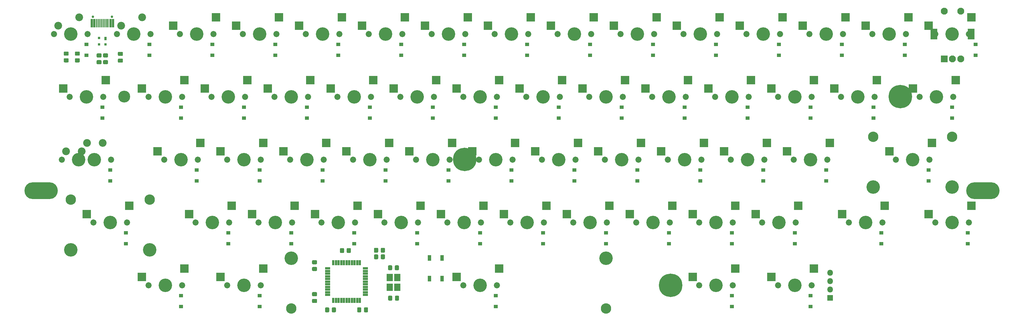
<source format=gbr>
%TF.GenerationSoftware,KiCad,Pcbnew,(5.1.6)-1*%
%TF.CreationDate,2020-09-28T17:44:52+07:00*%
%TF.ProjectId,HHKR,48484b52-2e6b-4696-9361-645f70636258,rev?*%
%TF.SameCoordinates,Original*%
%TF.FileFunction,Soldermask,Bot*%
%TF.FilePolarity,Negative*%
%FSLAX46Y46*%
G04 Gerber Fmt 4.6, Leading zero omitted, Abs format (unit mm)*
G04 Created by KiCad (PCBNEW (5.1.6)-1) date 2020-09-28 17:44:52*
%MOMM*%
%LPD*%
G01*
G04 APERTURE LIST*
%ADD10R,2.550000X2.500000*%
%ADD11C,1.850000*%
%ADD12C,4.087800*%
%ADD13C,7.100240*%
%ADD14O,10.099980X5.101260*%
%ADD15C,3.600000*%
%ADD16C,3.148000*%
%ADD17R,1.900000X2.200000*%
%ADD18R,1.100000X1.800000*%
%ADD19R,0.800000X1.100000*%
%ADD20R,0.800000X0.700000*%
%ADD21C,2.350000*%
%ADD22R,1.300000X1.000000*%
%ADD23R,0.700000X2.550000*%
%ADD24R,0.400000X2.550000*%
%ADD25C,0.750000*%
%ADD26R,1.600000X0.650000*%
%ADD27R,0.650000X1.600000*%
%ADD28C,2.100000*%
%ADD29R,2.100000X3.300000*%
%ADD30R,2.100000X2.100000*%
%ADD31O,1.800000X1.800000*%
%ADD32R,1.800000X1.800000*%
G04 APERTURE END LIST*
D10*
%TO.C,MX60*%
X286802500Y81280000D03*
X273902500Y78740000D03*
D11*
X286067500Y76200000D03*
X275907500Y76200000D03*
D12*
X280987500Y76200000D03*
%TD*%
D10*
%TO.C,MX30*%
X153452500Y62230000D03*
X140552500Y59690000D03*
D11*
X152717500Y57150000D03*
X142557500Y57150000D03*
D12*
X147637500Y57150000D03*
%TD*%
D13*
%TO.C,H6*%
X138250000Y57250000D03*
%TD*%
%TO.C,H5*%
X200550000Y19050000D03*
%TD*%
%TO.C,H4*%
X270100000Y76350000D03*
%TD*%
D14*
%TO.C,H3*%
X295050000Y47750000D03*
%TD*%
%TO.C,H2*%
X10050000Y47750000D03*
%TD*%
D15*
%TO.C,H1*%
X35250000Y76350000D03*
%TD*%
D11*
%TO.C,MX27*%
X137795000Y19050000D03*
D10*
X135790000Y21590000D03*
D11*
X147955000Y19050000D03*
D10*
X148690000Y24130000D03*
D12*
X142875000Y19050000D03*
D16*
X85725000Y12065000D03*
X180975000Y12065000D03*
D12*
X85725000Y27305000D03*
X180975000Y27305000D03*
%TD*%
D10*
%TO.C,MX22*%
X124877500Y43180000D03*
X111977500Y40640000D03*
D11*
X124142500Y38100000D03*
X113982500Y38100000D03*
D12*
X119062500Y38100000D03*
%TD*%
%TO.C,R5*%
G36*
G01*
X112060000Y30188262D02*
X112060000Y29231738D01*
G75*
G02*
X111788262Y28960000I-271738J0D01*
G01*
X111081738Y28960000D01*
G75*
G02*
X110810000Y29231738I0J271738D01*
G01*
X110810000Y30188262D01*
G75*
G02*
X111081738Y30460000I271738J0D01*
G01*
X111788262Y30460000D01*
G75*
G02*
X112060000Y30188262I0J-271738D01*
G01*
G37*
G36*
G01*
X114110000Y30188262D02*
X114110000Y29231738D01*
G75*
G02*
X113838262Y28960000I-271738J0D01*
G01*
X113131738Y28960000D01*
G75*
G02*
X112860000Y29231738I0J271738D01*
G01*
X112860000Y30188262D01*
G75*
G02*
X113131738Y30460000I271738J0D01*
G01*
X113838262Y30460000D01*
G75*
G02*
X114110000Y30188262I0J-271738D01*
G01*
G37*
%TD*%
%TO.C,C2*%
G36*
G01*
X112860000Y27241738D02*
X112860000Y28198262D01*
G75*
G02*
X113131738Y28470000I271738J0D01*
G01*
X113838262Y28470000D01*
G75*
G02*
X114110000Y28198262I0J-271738D01*
G01*
X114110000Y27241738D01*
G75*
G02*
X113838262Y26970000I-271738J0D01*
G01*
X113131738Y26970000D01*
G75*
G02*
X112860000Y27241738I0J271738D01*
G01*
G37*
G36*
G01*
X110810000Y27241738D02*
X110810000Y28198262D01*
G75*
G02*
X111081738Y28470000I271738J0D01*
G01*
X111788262Y28470000D01*
G75*
G02*
X112060000Y28198262I0J-271738D01*
G01*
X112060000Y27241738D01*
G75*
G02*
X111788262Y26970000I-271738J0D01*
G01*
X111081738Y26970000D01*
G75*
G02*
X110810000Y27241738I0J271738D01*
G01*
G37*
%TD*%
%TO.C,C4*%
G36*
G01*
X117096250Y23919238D02*
X117096250Y24875762D01*
G75*
G02*
X117367988Y25147500I271738J0D01*
G01*
X118074512Y25147500D01*
G75*
G02*
X118346250Y24875762I0J-271738D01*
G01*
X118346250Y23919238D01*
G75*
G02*
X118074512Y23647500I-271738J0D01*
G01*
X117367988Y23647500D01*
G75*
G02*
X117096250Y23919238I0J271738D01*
G01*
G37*
G36*
G01*
X115046250Y23919238D02*
X115046250Y24875762D01*
G75*
G02*
X115317988Y25147500I271738J0D01*
G01*
X116024512Y25147500D01*
G75*
G02*
X116296250Y24875762I0J-271738D01*
G01*
X116296250Y23919238D01*
G75*
G02*
X116024512Y23647500I-271738J0D01*
G01*
X115317988Y23647500D01*
G75*
G02*
X115046250Y23919238I0J271738D01*
G01*
G37*
%TD*%
D17*
%TO.C,Y1*%
X117851250Y18507500D03*
X117851250Y21407500D03*
X115551250Y21407500D03*
X115551250Y18507500D03*
%TD*%
D18*
%TO.C,SW1*%
X127570000Y27390000D03*
X127570000Y21090000D03*
X131370000Y27390000D03*
X131370000Y21090000D03*
%TD*%
%TO.C,R6*%
G36*
G01*
X98040000Y11151738D02*
X98040000Y12108262D01*
G75*
G02*
X98311738Y12380000I271738J0D01*
G01*
X99018262Y12380000D01*
G75*
G02*
X99290000Y12108262I0J-271738D01*
G01*
X99290000Y11151738D01*
G75*
G02*
X99018262Y10880000I-271738J0D01*
G01*
X98311738Y10880000D01*
G75*
G02*
X98040000Y11151738I0J271738D01*
G01*
G37*
G36*
G01*
X95990000Y11151738D02*
X95990000Y12108262D01*
G75*
G02*
X96261738Y12380000I271738J0D01*
G01*
X96968262Y12380000D01*
G75*
G02*
X97240000Y12108262I0J-271738D01*
G01*
X97240000Y11151738D01*
G75*
G02*
X96968262Y10880000I-271738J0D01*
G01*
X96261738Y10880000D01*
G75*
G02*
X95990000Y11151738I0J271738D01*
G01*
G37*
%TD*%
%TO.C,C1*%
G36*
G01*
X107750000Y11161738D02*
X107750000Y12118262D01*
G75*
G02*
X108021738Y12390000I271738J0D01*
G01*
X108728262Y12390000D01*
G75*
G02*
X109000000Y12118262I0J-271738D01*
G01*
X109000000Y11161738D01*
G75*
G02*
X108728262Y10890000I-271738J0D01*
G01*
X108021738Y10890000D01*
G75*
G02*
X107750000Y11161738I0J271738D01*
G01*
G37*
G36*
G01*
X105700000Y11161738D02*
X105700000Y12118262D01*
G75*
G02*
X105971738Y12390000I271738J0D01*
G01*
X106678262Y12390000D01*
G75*
G02*
X106950000Y12118262I0J-271738D01*
G01*
X106950000Y11161738D01*
G75*
G02*
X106678262Y10890000I-271738J0D01*
G01*
X105971738Y10890000D01*
G75*
G02*
X105700000Y11161738I0J271738D01*
G01*
G37*
%TD*%
%TO.C,C7*%
G36*
G01*
X101750000Y30098262D02*
X101750000Y29141738D01*
G75*
G02*
X101478262Y28870000I-271738J0D01*
G01*
X100771738Y28870000D01*
G75*
G02*
X100500000Y29141738I0J271738D01*
G01*
X100500000Y30098262D01*
G75*
G02*
X100771738Y30370000I271738J0D01*
G01*
X101478262Y30370000D01*
G75*
G02*
X101750000Y30098262I0J-271738D01*
G01*
G37*
G36*
G01*
X103800000Y30098262D02*
X103800000Y29141738D01*
G75*
G02*
X103528262Y28870000I-271738J0D01*
G01*
X102821738Y28870000D01*
G75*
G02*
X102550000Y29141738I0J271738D01*
G01*
X102550000Y30098262D01*
G75*
G02*
X102821738Y30370000I271738J0D01*
G01*
X103528262Y30370000D01*
G75*
G02*
X103800000Y30098262I0J-271738D01*
G01*
G37*
%TD*%
%TO.C,C6*%
G36*
G01*
X93288262Y25450000D02*
X92331738Y25450000D01*
G75*
G02*
X92060000Y25721738I0J271738D01*
G01*
X92060000Y26428262D01*
G75*
G02*
X92331738Y26700000I271738J0D01*
G01*
X93288262Y26700000D01*
G75*
G02*
X93560000Y26428262I0J-271738D01*
G01*
X93560000Y25721738D01*
G75*
G02*
X93288262Y25450000I-271738J0D01*
G01*
G37*
G36*
G01*
X93288262Y23400000D02*
X92331738Y23400000D01*
G75*
G02*
X92060000Y23671738I0J271738D01*
G01*
X92060000Y24378262D01*
G75*
G02*
X92331738Y24650000I271738J0D01*
G01*
X93288262Y24650000D01*
G75*
G02*
X93560000Y24378262I0J-271738D01*
G01*
X93560000Y23671738D01*
G75*
G02*
X93288262Y23400000I-271738J0D01*
G01*
G37*
%TD*%
%TO.C,C5*%
G36*
G01*
X92331738Y14960000D02*
X93288262Y14960000D01*
G75*
G02*
X93560000Y14688262I0J-271738D01*
G01*
X93560000Y13981738D01*
G75*
G02*
X93288262Y13710000I-271738J0D01*
G01*
X92331738Y13710000D01*
G75*
G02*
X92060000Y13981738I0J271738D01*
G01*
X92060000Y14688262D01*
G75*
G02*
X92331738Y14960000I271738J0D01*
G01*
G37*
G36*
G01*
X92331738Y17010000D02*
X93288262Y17010000D01*
G75*
G02*
X93560000Y16738262I0J-271738D01*
G01*
X93560000Y16031738D01*
G75*
G02*
X93288262Y15760000I-271738J0D01*
G01*
X92331738Y15760000D01*
G75*
G02*
X92060000Y16031738I0J271738D01*
G01*
X92060000Y16738262D01*
G75*
G02*
X92331738Y17010000I271738J0D01*
G01*
G37*
%TD*%
%TO.C,C3*%
G36*
G01*
X116331250Y15665762D02*
X116331250Y14709238D01*
G75*
G02*
X116059512Y14437500I-271738J0D01*
G01*
X115352988Y14437500D01*
G75*
G02*
X115081250Y14709238I0J271738D01*
G01*
X115081250Y15665762D01*
G75*
G02*
X115352988Y15937500I271738J0D01*
G01*
X116059512Y15937500D01*
G75*
G02*
X116331250Y15665762I0J-271738D01*
G01*
G37*
G36*
G01*
X118381250Y15665762D02*
X118381250Y14709238D01*
G75*
G02*
X118109512Y14437500I-271738J0D01*
G01*
X117402988Y14437500D01*
G75*
G02*
X117131250Y14709238I0J271738D01*
G01*
X117131250Y15665762D01*
G75*
G02*
X117402988Y15937500I271738J0D01*
G01*
X118109512Y15937500D01*
G75*
G02*
X118381250Y15665762I0J-271738D01*
G01*
G37*
%TD*%
%TO.C,R1*%
G36*
G01*
X18128262Y88725000D02*
X17171738Y88725000D01*
G75*
G02*
X16900000Y88996738I0J271738D01*
G01*
X16900000Y89703262D01*
G75*
G02*
X17171738Y89975000I271738J0D01*
G01*
X18128262Y89975000D01*
G75*
G02*
X18400000Y89703262I0J-271738D01*
G01*
X18400000Y88996738D01*
G75*
G02*
X18128262Y88725000I-271738J0D01*
G01*
G37*
G36*
G01*
X18128262Y86675000D02*
X17171738Y86675000D01*
G75*
G02*
X16900000Y86946738I0J271738D01*
G01*
X16900000Y87653262D01*
G75*
G02*
X17171738Y87925000I271738J0D01*
G01*
X18128262Y87925000D01*
G75*
G02*
X18400000Y87653262I0J-271738D01*
G01*
X18400000Y86946738D01*
G75*
G02*
X18128262Y86675000I-271738J0D01*
G01*
G37*
%TD*%
D19*
%TO.C,U2*%
X29570000Y93880000D03*
D20*
X27570000Y94080000D03*
X29570000Y92180000D03*
X27570000Y92180000D03*
%TD*%
%TO.C,F1*%
G36*
G01*
X21508262Y88720000D02*
X20551738Y88720000D01*
G75*
G02*
X20280000Y88991738I0J271738D01*
G01*
X20280000Y89698262D01*
G75*
G02*
X20551738Y89970000I271738J0D01*
G01*
X21508262Y89970000D01*
G75*
G02*
X21780000Y89698262I0J-271738D01*
G01*
X21780000Y88991738D01*
G75*
G02*
X21508262Y88720000I-271738J0D01*
G01*
G37*
G36*
G01*
X21508262Y86670000D02*
X20551738Y86670000D01*
G75*
G02*
X20280000Y86941738I0J271738D01*
G01*
X20280000Y87648262D01*
G75*
G02*
X20551738Y87920000I271738J0D01*
G01*
X21508262Y87920000D01*
G75*
G02*
X21780000Y87648262I0J-271738D01*
G01*
X21780000Y86941738D01*
G75*
G02*
X21508262Y86670000I-271738J0D01*
G01*
G37*
%TD*%
D21*
%TO.C,MX61*%
X23971250Y62230000D03*
D12*
X21431250Y57150000D03*
D21*
X17621250Y59690000D03*
D11*
X16351250Y57150000D03*
X26511250Y57150000D03*
%TD*%
D21*
%TO.C,MX3*%
X28733750Y62230000D03*
D12*
X26193750Y57150000D03*
D21*
X22383750Y59690000D03*
D11*
X21113750Y57150000D03*
X31273750Y57150000D03*
%TD*%
D10*
%TO.C,MX4*%
X36771250Y43180000D03*
D11*
X25876250Y38100000D03*
D12*
X30956250Y38100000D03*
D11*
X36036250Y38100000D03*
D10*
X23871250Y40640000D03*
D12*
X19018250Y29845000D03*
X42894250Y29845000D03*
D16*
X19018250Y45085000D03*
X42894250Y45085000D03*
%TD*%
D10*
%TO.C,MX56*%
X279658750Y62230000D03*
D11*
X268763750Y57150000D03*
D12*
X273843750Y57150000D03*
D11*
X278923750Y57150000D03*
D10*
X266758750Y59690000D03*
D12*
X261905750Y48895000D03*
X285781750Y48895000D03*
D16*
X261905750Y64135000D03*
X285781750Y64135000D03*
%TD*%
D21*
%TO.C,MX6*%
X40640000Y100330000D03*
D12*
X38100000Y95250000D03*
D21*
X34290000Y97790000D03*
D11*
X33020000Y95250000D03*
X43180000Y95250000D03*
%TD*%
D21*
%TO.C,MX1*%
X21590000Y100330000D03*
D12*
X19050000Y95250000D03*
D21*
X15240000Y97790000D03*
D11*
X13970000Y95250000D03*
X24130000Y95250000D03*
%TD*%
D10*
%TO.C,MX18*%
X105827500Y43180000D03*
X92927500Y40640000D03*
D11*
X105092500Y38100000D03*
X94932500Y38100000D03*
D12*
X100012500Y38100000D03*
%TD*%
D10*
%TO.C,MX17*%
X96302500Y62230000D03*
X83402500Y59690000D03*
D11*
X95567500Y57150000D03*
X85407500Y57150000D03*
D12*
X90487500Y57150000D03*
%TD*%
D10*
%TO.C,MX16*%
X91540000Y81280000D03*
X78640000Y78740000D03*
D11*
X90805000Y76200000D03*
X80645000Y76200000D03*
D12*
X85725000Y76200000D03*
%TD*%
D22*
%TO.C,D16*%
X90487500Y69787500D03*
X90487500Y73087500D03*
%TD*%
D23*
%TO.C,USB1*%
X31815000Y98560000D03*
X25365000Y98560000D03*
X31040000Y98560000D03*
X26140000Y98560000D03*
D24*
X26840000Y98560000D03*
X30340000Y98560000D03*
X27340000Y98560000D03*
X29840000Y98560000D03*
X27840000Y98560000D03*
X29340000Y98560000D03*
X28840000Y98560000D03*
X28340000Y98560000D03*
D25*
X31480000Y100505000D03*
X25700000Y100505000D03*
%TD*%
D26*
%TO.C,U1*%
X96800000Y24200000D03*
X96800000Y23400000D03*
X96800000Y22600000D03*
X96800000Y21800000D03*
X96800000Y21000000D03*
X96800000Y20200000D03*
X96800000Y19400000D03*
X96800000Y18600000D03*
X96800000Y17800000D03*
X96800000Y17000000D03*
X96800000Y16200000D03*
D27*
X98500000Y14500000D03*
X99300000Y14500000D03*
X100100000Y14500000D03*
X100900000Y14500000D03*
X101700000Y14500000D03*
X102500000Y14500000D03*
X103300000Y14500000D03*
X104100000Y14500000D03*
X104900000Y14500000D03*
X105700000Y14500000D03*
X106500000Y14500000D03*
D26*
X108200000Y16200000D03*
X108200000Y17000000D03*
X108200000Y17800000D03*
X108200000Y18600000D03*
X108200000Y19400000D03*
X108200000Y20200000D03*
X108200000Y21000000D03*
X108200000Y21800000D03*
X108200000Y22600000D03*
X108200000Y23400000D03*
X108200000Y24200000D03*
D27*
X106500000Y25900000D03*
X105700000Y25900000D03*
X104900000Y25900000D03*
X104100000Y25900000D03*
X103300000Y25900000D03*
X102500000Y25900000D03*
X101700000Y25900000D03*
X100900000Y25900000D03*
X100100000Y25900000D03*
X99300000Y25900000D03*
X98500000Y25900000D03*
%TD*%
D28*
%TO.C,SWE1*%
X288368750Y102250000D03*
X283368750Y102250000D03*
D29*
X291468750Y95250000D03*
X280268750Y95250000D03*
D28*
X288368750Y87750000D03*
X285868750Y87750000D03*
D30*
X283368750Y87750000D03*
%TD*%
%TO.C,R4*%
G36*
G01*
X27121738Y87370000D02*
X28078262Y87370000D01*
G75*
G02*
X28350000Y87098262I0J-271738D01*
G01*
X28350000Y86391738D01*
G75*
G02*
X28078262Y86120000I-271738J0D01*
G01*
X27121738Y86120000D01*
G75*
G02*
X26850000Y86391738I0J271738D01*
G01*
X26850000Y87098262D01*
G75*
G02*
X27121738Y87370000I271738J0D01*
G01*
G37*
G36*
G01*
X27121738Y89420000D02*
X28078262Y89420000D01*
G75*
G02*
X28350000Y89148262I0J-271738D01*
G01*
X28350000Y88441738D01*
G75*
G02*
X28078262Y88170000I-271738J0D01*
G01*
X27121738Y88170000D01*
G75*
G02*
X26850000Y88441738I0J271738D01*
G01*
X26850000Y89148262D01*
G75*
G02*
X27121738Y89420000I271738J0D01*
G01*
G37*
%TD*%
%TO.C,R3*%
G36*
G01*
X29071738Y87380000D02*
X30028262Y87380000D01*
G75*
G02*
X30300000Y87108262I0J-271738D01*
G01*
X30300000Y86401738D01*
G75*
G02*
X30028262Y86130000I-271738J0D01*
G01*
X29071738Y86130000D01*
G75*
G02*
X28800000Y86401738I0J271738D01*
G01*
X28800000Y87108262D01*
G75*
G02*
X29071738Y87380000I271738J0D01*
G01*
G37*
G36*
G01*
X29071738Y89430000D02*
X30028262Y89430000D01*
G75*
G02*
X30300000Y89158262I0J-271738D01*
G01*
X30300000Y88451738D01*
G75*
G02*
X30028262Y88180000I-271738J0D01*
G01*
X29071738Y88180000D01*
G75*
G02*
X28800000Y88451738I0J271738D01*
G01*
X28800000Y89158262D01*
G75*
G02*
X29071738Y89430000I271738J0D01*
G01*
G37*
%TD*%
%TO.C,R2*%
G36*
G01*
X34528262Y88650000D02*
X33571738Y88650000D01*
G75*
G02*
X33300000Y88921738I0J271738D01*
G01*
X33300000Y89628262D01*
G75*
G02*
X33571738Y89900000I271738J0D01*
G01*
X34528262Y89900000D01*
G75*
G02*
X34800000Y89628262I0J-271738D01*
G01*
X34800000Y88921738D01*
G75*
G02*
X34528262Y88650000I-271738J0D01*
G01*
G37*
G36*
G01*
X34528262Y86600000D02*
X33571738Y86600000D01*
G75*
G02*
X33300000Y86871738I0J271738D01*
G01*
X33300000Y87578262D01*
G75*
G02*
X33571738Y87850000I271738J0D01*
G01*
X34528262Y87850000D01*
G75*
G02*
X34800000Y87578262I0J-271738D01*
G01*
X34800000Y86871738D01*
G75*
G02*
X34528262Y86600000I-271738J0D01*
G01*
G37*
%TD*%
D31*
%TO.C,J1*%
X248820000Y22860000D03*
X248820000Y20320000D03*
X248820000Y17780000D03*
D32*
X248820000Y15240000D03*
%TD*%
D10*
%TO.C,MX59*%
X291565000Y100330000D03*
X278665000Y97790000D03*
D11*
X290830000Y95250000D03*
X280670000Y95250000D03*
D12*
X285750000Y95250000D03*
%TD*%
D10*
%TO.C,MX58*%
X272515000Y100330000D03*
X259615000Y97790000D03*
D11*
X271780000Y95250000D03*
X261620000Y95250000D03*
D12*
X266700000Y95250000D03*
%TD*%
D10*
%TO.C,MX57*%
X291565000Y43180000D03*
X278665000Y40640000D03*
D11*
X290830000Y38100000D03*
X280670000Y38100000D03*
D12*
X285750000Y38100000D03*
%TD*%
D10*
%TO.C,MX55*%
X262990000Y81280000D03*
X250090000Y78740000D03*
D11*
X262255000Y76200000D03*
X252095000Y76200000D03*
D12*
X257175000Y76200000D03*
%TD*%
D10*
%TO.C,MX54*%
X253465000Y100330000D03*
X240565000Y97790000D03*
D11*
X252730000Y95250000D03*
X242570000Y95250000D03*
D12*
X247650000Y95250000D03*
%TD*%
D10*
%TO.C,MX53*%
X265371250Y43180000D03*
X252471250Y40640000D03*
D11*
X264636250Y38100000D03*
X254476250Y38100000D03*
D12*
X259556250Y38100000D03*
%TD*%
D10*
%TO.C,MX52*%
X248702500Y62230000D03*
X235802500Y59690000D03*
D11*
X247967500Y57150000D03*
X237807500Y57150000D03*
D12*
X242887500Y57150000D03*
%TD*%
D10*
%TO.C,MX51*%
X243940000Y81280000D03*
X231040000Y78740000D03*
D11*
X243205000Y76200000D03*
X233045000Y76200000D03*
D12*
X238125000Y76200000D03*
%TD*%
D10*
%TO.C,MX50*%
X234415000Y100330000D03*
X221515000Y97790000D03*
D11*
X233680000Y95250000D03*
X223520000Y95250000D03*
D12*
X228600000Y95250000D03*
%TD*%
D10*
%TO.C,MX49*%
X243940000Y24130000D03*
X231040000Y21590000D03*
D11*
X243205000Y19050000D03*
X233045000Y19050000D03*
D12*
X238125000Y19050000D03*
%TD*%
D10*
%TO.C,MX48*%
X239177500Y43180000D03*
X226277500Y40640000D03*
D11*
X238442500Y38100000D03*
X228282500Y38100000D03*
D12*
X233362500Y38100000D03*
%TD*%
D10*
%TO.C,MX47*%
X229652500Y62230000D03*
X216752500Y59690000D03*
D11*
X228917500Y57150000D03*
X218757500Y57150000D03*
D12*
X223837500Y57150000D03*
%TD*%
D10*
%TO.C,MX46*%
X224890000Y81280000D03*
X211990000Y78740000D03*
D11*
X224155000Y76200000D03*
X213995000Y76200000D03*
D12*
X219075000Y76200000D03*
%TD*%
D10*
%TO.C,MX45*%
X215365000Y100330000D03*
X202465000Y97790000D03*
D11*
X214630000Y95250000D03*
X204470000Y95250000D03*
D12*
X209550000Y95250000D03*
%TD*%
D10*
%TO.C,MX44*%
X220127500Y24130000D03*
X207227500Y21590000D03*
D11*
X219392500Y19050000D03*
X209232500Y19050000D03*
D12*
X214312500Y19050000D03*
%TD*%
D10*
%TO.C,MX43*%
X220127500Y43180000D03*
X207227500Y40640000D03*
D11*
X219392500Y38100000D03*
X209232500Y38100000D03*
D12*
X214312500Y38100000D03*
%TD*%
D10*
%TO.C,MX42*%
X210602500Y62230000D03*
X197702500Y59690000D03*
D11*
X209867500Y57150000D03*
X199707500Y57150000D03*
D12*
X204787500Y57150000D03*
%TD*%
D10*
%TO.C,MX41*%
X205840000Y81280000D03*
X192940000Y78740000D03*
D11*
X205105000Y76200000D03*
X194945000Y76200000D03*
D12*
X200025000Y76200000D03*
%TD*%
D10*
%TO.C,MX40*%
X196315000Y100330000D03*
X183415000Y97790000D03*
D11*
X195580000Y95250000D03*
X185420000Y95250000D03*
D12*
X190500000Y95250000D03*
%TD*%
D10*
%TO.C,MX39*%
X201077500Y43180000D03*
X188177500Y40640000D03*
D11*
X200342500Y38100000D03*
X190182500Y38100000D03*
D12*
X195262500Y38100000D03*
%TD*%
D10*
%TO.C,MX38*%
X191552500Y62230000D03*
X178652500Y59690000D03*
D11*
X190817500Y57150000D03*
X180657500Y57150000D03*
D12*
X185737500Y57150000D03*
%TD*%
D10*
%TO.C,MX37*%
X186790000Y81280000D03*
X173890000Y78740000D03*
D11*
X186055000Y76200000D03*
X175895000Y76200000D03*
D12*
X180975000Y76200000D03*
%TD*%
D10*
%TO.C,MX36*%
X177265000Y100330000D03*
X164365000Y97790000D03*
D11*
X176530000Y95250000D03*
X166370000Y95250000D03*
D12*
X171450000Y95250000D03*
%TD*%
D10*
%TO.C,MX35*%
X182027500Y43180000D03*
X169127500Y40640000D03*
D11*
X181292500Y38100000D03*
X171132500Y38100000D03*
D12*
X176212500Y38100000D03*
%TD*%
D10*
%TO.C,MX34*%
X172502500Y62230000D03*
X159602500Y59690000D03*
D11*
X171767500Y57150000D03*
X161607500Y57150000D03*
D12*
X166687500Y57150000D03*
%TD*%
D10*
%TO.C,MX33*%
X167740000Y81280000D03*
X154840000Y78740000D03*
D11*
X167005000Y76200000D03*
X156845000Y76200000D03*
D12*
X161925000Y76200000D03*
%TD*%
D10*
%TO.C,MX32*%
X158215000Y100330000D03*
X145315000Y97790000D03*
D11*
X157480000Y95250000D03*
X147320000Y95250000D03*
D12*
X152400000Y95250000D03*
%TD*%
D10*
%TO.C,MX31*%
X162977500Y43180000D03*
X150077500Y40640000D03*
D11*
X162242500Y38100000D03*
X152082500Y38100000D03*
D12*
X157162500Y38100000D03*
%TD*%
D10*
%TO.C,MX29*%
X148690000Y81280000D03*
X135790000Y78740000D03*
D11*
X147955000Y76200000D03*
X137795000Y76200000D03*
D12*
X142875000Y76200000D03*
%TD*%
D10*
%TO.C,MX28*%
X139165000Y100330000D03*
X126265000Y97790000D03*
D11*
X138430000Y95250000D03*
X128270000Y95250000D03*
D12*
X133350000Y95250000D03*
%TD*%
D10*
%TO.C,MX26*%
X143927500Y43180000D03*
X131027500Y40640000D03*
D11*
X143192500Y38100000D03*
X133032500Y38100000D03*
D12*
X138112500Y38100000D03*
%TD*%
D10*
%TO.C,MX25*%
X134402500Y62230000D03*
X121502500Y59690000D03*
D11*
X133667500Y57150000D03*
X123507500Y57150000D03*
D12*
X128587500Y57150000D03*
%TD*%
D10*
%TO.C,MX24*%
X129640000Y81280000D03*
X116740000Y78740000D03*
D11*
X128905000Y76200000D03*
X118745000Y76200000D03*
D12*
X123825000Y76200000D03*
%TD*%
D10*
%TO.C,MX23*%
X120115000Y100330000D03*
X107215000Y97790000D03*
D11*
X119380000Y95250000D03*
X109220000Y95250000D03*
D12*
X114300000Y95250000D03*
%TD*%
D10*
%TO.C,MX21*%
X115352500Y62230000D03*
X102452500Y59690000D03*
D11*
X114617500Y57150000D03*
X104457500Y57150000D03*
D12*
X109537500Y57150000D03*
%TD*%
D10*
%TO.C,MX20*%
X110590000Y81280000D03*
X97690000Y78740000D03*
D11*
X109855000Y76200000D03*
X99695000Y76200000D03*
D12*
X104775000Y76200000D03*
%TD*%
D10*
%TO.C,MX19*%
X101065000Y100330000D03*
X88165000Y97790000D03*
D11*
X100330000Y95250000D03*
X90170000Y95250000D03*
D12*
X95250000Y95250000D03*
%TD*%
D10*
%TO.C,MX15*%
X82015000Y100330000D03*
X69115000Y97790000D03*
D11*
X81280000Y95250000D03*
X71120000Y95250000D03*
D12*
X76200000Y95250000D03*
%TD*%
D10*
%TO.C,MX14*%
X86777500Y43180000D03*
X73877500Y40640000D03*
D11*
X86042500Y38100000D03*
X75882500Y38100000D03*
D12*
X80962500Y38100000D03*
%TD*%
D10*
%TO.C,MX13*%
X77252500Y62230000D03*
X64352500Y59690000D03*
D11*
X76517500Y57150000D03*
X66357500Y57150000D03*
D12*
X71437500Y57150000D03*
%TD*%
D10*
%TO.C,MX12*%
X72490000Y81280000D03*
X59590000Y78740000D03*
D11*
X71755000Y76200000D03*
X61595000Y76200000D03*
D12*
X66675000Y76200000D03*
%TD*%
D10*
%TO.C,MX11*%
X62965000Y100330000D03*
X50065000Y97790000D03*
D11*
X62230000Y95250000D03*
X52070000Y95250000D03*
D12*
X57150000Y95250000D03*
%TD*%
D10*
%TO.C,MX10*%
X77252500Y24130000D03*
X64352500Y21590000D03*
D11*
X76517500Y19050000D03*
X66357500Y19050000D03*
D12*
X71437500Y19050000D03*
%TD*%
D10*
%TO.C,MX9*%
X67727500Y43180000D03*
X54827500Y40640000D03*
D11*
X66992500Y38100000D03*
X56832500Y38100000D03*
D12*
X61912500Y38100000D03*
%TD*%
D10*
%TO.C,MX8*%
X58202500Y62230000D03*
X45302500Y59690000D03*
D11*
X57467500Y57150000D03*
X47307500Y57150000D03*
D12*
X52387500Y57150000D03*
%TD*%
D10*
%TO.C,MX7*%
X53440000Y81280000D03*
X40540000Y78740000D03*
D11*
X52705000Y76200000D03*
X42545000Y76200000D03*
D12*
X47625000Y76200000D03*
%TD*%
D10*
%TO.C,MX5*%
X53440000Y24130000D03*
X40540000Y21590000D03*
D11*
X52705000Y19050000D03*
X42545000Y19050000D03*
D12*
X47625000Y19050000D03*
%TD*%
D10*
%TO.C,MX2*%
X29627500Y81280000D03*
X16727500Y78740000D03*
D11*
X28892500Y76200000D03*
X18732500Y76200000D03*
D12*
X23812500Y76200000D03*
%TD*%
D22*
%TO.C,D60*%
X285750000Y69787500D03*
X285750000Y73087500D03*
%TD*%
%TO.C,D59*%
X292893750Y88837500D03*
X292893750Y92137500D03*
%TD*%
%TO.C,D58*%
X271462500Y88837500D03*
X271462500Y92137500D03*
%TD*%
%TO.C,D57*%
X290512500Y31687500D03*
X290512500Y34987500D03*
%TD*%
%TO.C,D56*%
X278606250Y50737500D03*
X278606250Y54037500D03*
%TD*%
%TO.C,D55*%
X261937500Y69787500D03*
X261937500Y73087500D03*
%TD*%
%TO.C,D54*%
X252412500Y88837500D03*
X252412500Y92137500D03*
%TD*%
%TO.C,D53*%
X264318750Y31687500D03*
X264318750Y34987500D03*
%TD*%
%TO.C,D52*%
X247650000Y50737500D03*
X247650000Y54037500D03*
%TD*%
%TO.C,D51*%
X242887500Y69787500D03*
X242887500Y73087500D03*
%TD*%
%TO.C,D50*%
X233362500Y88837500D03*
X233362500Y92137500D03*
%TD*%
%TO.C,D49*%
X242887500Y12637500D03*
X242887500Y15937500D03*
%TD*%
%TO.C,D48*%
X238125000Y31687500D03*
X238125000Y34987500D03*
%TD*%
%TO.C,D47*%
X228600000Y50737500D03*
X228600000Y54037500D03*
%TD*%
%TO.C,D46*%
X223837500Y69787500D03*
X223837500Y73087500D03*
%TD*%
%TO.C,D45*%
X214312500Y88837500D03*
X214312500Y92137500D03*
%TD*%
%TO.C,D44*%
X219075000Y12637500D03*
X219075000Y15937500D03*
%TD*%
%TO.C,D43*%
X219075000Y31687500D03*
X219075000Y34987500D03*
%TD*%
%TO.C,D42*%
X209550000Y50737500D03*
X209550000Y54037500D03*
%TD*%
%TO.C,D41*%
X204787500Y69787500D03*
X204787500Y73087500D03*
%TD*%
%TO.C,D40*%
X195262500Y88837500D03*
X195262500Y92137500D03*
%TD*%
%TO.C,D39*%
X200025000Y31687500D03*
X200025000Y34987500D03*
%TD*%
%TO.C,D38*%
X190500000Y50737500D03*
X190500000Y54037500D03*
%TD*%
%TO.C,D37*%
X185737500Y69787500D03*
X185737500Y73087500D03*
%TD*%
%TO.C,D36*%
X176212500Y88837500D03*
X176212500Y92137500D03*
%TD*%
%TO.C,D35*%
X180975000Y31687500D03*
X180975000Y34987500D03*
%TD*%
%TO.C,D34*%
X171450000Y50737500D03*
X171450000Y54037500D03*
%TD*%
%TO.C,D33*%
X166687500Y69787500D03*
X166687500Y73087500D03*
%TD*%
%TO.C,D32*%
X157162500Y88837500D03*
X157162500Y92137500D03*
%TD*%
%TO.C,D31*%
X161925000Y31687500D03*
X161925000Y34987500D03*
%TD*%
%TO.C,D30*%
X152400000Y50737500D03*
X152400000Y54037500D03*
%TD*%
%TO.C,D29*%
X147637500Y69787500D03*
X147637500Y73087500D03*
%TD*%
%TO.C,D28*%
X138112500Y88837500D03*
X138112500Y92137500D03*
%TD*%
%TO.C,D27*%
X147637500Y12637500D03*
X147637500Y15937500D03*
%TD*%
%TO.C,D26*%
X142875000Y31687500D03*
X142875000Y34987500D03*
%TD*%
%TO.C,D25*%
X133350000Y50737500D03*
X133350000Y54037500D03*
%TD*%
%TO.C,D24*%
X128587500Y69787500D03*
X128587500Y73087500D03*
%TD*%
%TO.C,D23*%
X119062500Y88837500D03*
X119062500Y92137500D03*
%TD*%
%TO.C,D22*%
X123825000Y31687500D03*
X123825000Y34987500D03*
%TD*%
%TO.C,D21*%
X114300000Y50737500D03*
X114300000Y54037500D03*
%TD*%
%TO.C,D20*%
X109537500Y69787500D03*
X109537500Y73087500D03*
%TD*%
%TO.C,D19*%
X100012500Y88837500D03*
X100012500Y92137500D03*
%TD*%
%TO.C,D18*%
X104775000Y31687500D03*
X104775000Y34987500D03*
%TD*%
%TO.C,D17*%
X95250000Y50737500D03*
X95250000Y54037500D03*
%TD*%
%TO.C,D15*%
X80962500Y88837500D03*
X80962500Y92137500D03*
%TD*%
%TO.C,D14*%
X85725000Y31687500D03*
X85725000Y34987500D03*
%TD*%
%TO.C,D13*%
X76200000Y50737500D03*
X76200000Y54037500D03*
%TD*%
%TO.C,D12*%
X71437500Y69787500D03*
X71437500Y73087500D03*
%TD*%
%TO.C,D11*%
X61912500Y88837500D03*
X61912500Y92137500D03*
%TD*%
%TO.C,D10*%
X76200000Y12637500D03*
X76200000Y15937500D03*
%TD*%
%TO.C,D9*%
X66675000Y31687500D03*
X66675000Y34987500D03*
%TD*%
%TO.C,D8*%
X57150000Y50737500D03*
X57150000Y54037500D03*
%TD*%
%TO.C,D7*%
X52387500Y69787500D03*
X52387500Y73087500D03*
%TD*%
%TO.C,D6*%
X42862500Y88837500D03*
X42862500Y92137500D03*
%TD*%
%TO.C,D5*%
X52387500Y12637500D03*
X52387500Y15937500D03*
%TD*%
%TO.C,D4*%
X35718750Y31687500D03*
X35718750Y34987500D03*
%TD*%
%TO.C,D3*%
X30956250Y50737500D03*
X30956250Y54037500D03*
%TD*%
%TO.C,D2*%
X28575000Y69787500D03*
X28575000Y73087500D03*
%TD*%
%TO.C,D1*%
X23812500Y88837500D03*
X23812500Y92137500D03*
%TD*%
M02*

</source>
